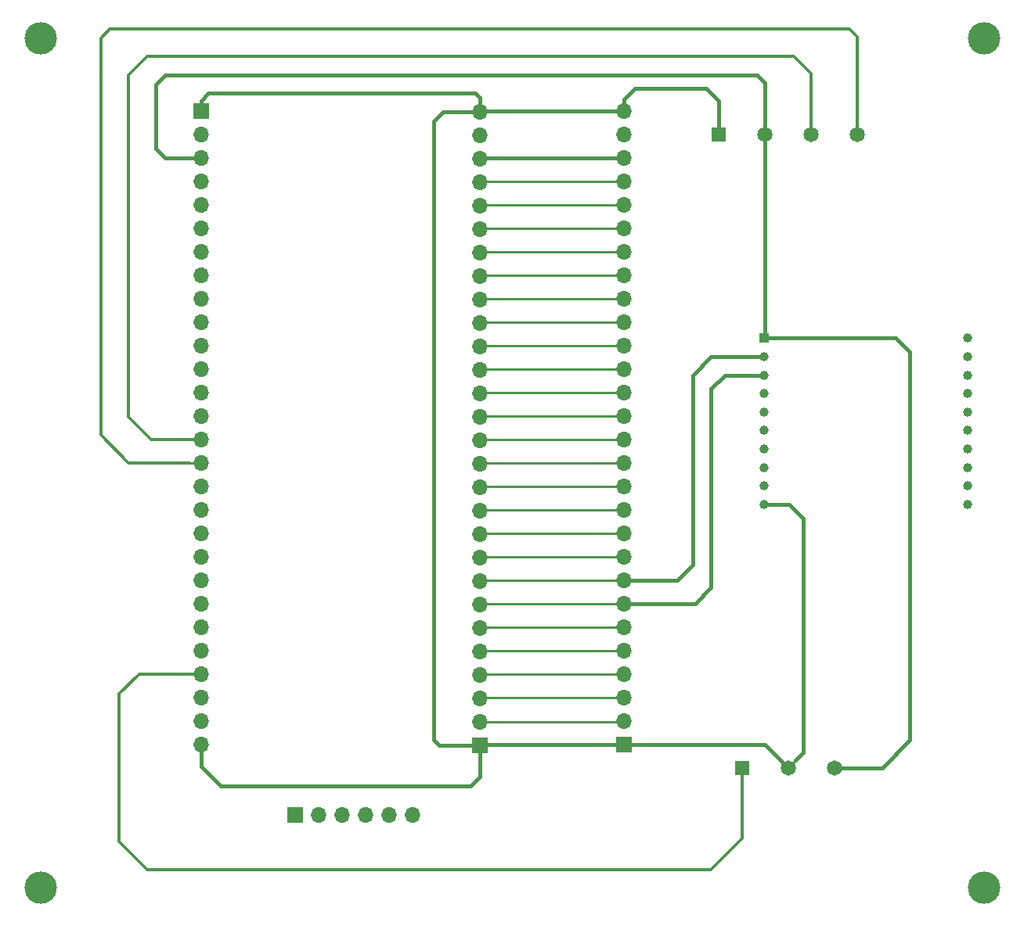
<source format=gbr>
%TF.GenerationSoftware,KiCad,Pcbnew,(5.0.1)-4*%
%TF.CreationDate,2019-03-02T14:56:48-06:00*%
%TF.ProjectId,uC and Xbee,754320616E6420586265652E6B696361,rev?*%
%TF.SameCoordinates,Original*%
%TF.FileFunction,Copper,L2,Bot,Signal*%
%TF.FilePolarity,Positive*%
%FSLAX46Y46*%
G04 Gerber Fmt 4.6, Leading zero omitted, Abs format (unit mm)*
G04 Created by KiCad (PCBNEW (5.0.1)-4) date 2019-03-02 2:56:48 PM*
%MOMM*%
%LPD*%
G01*
G04 APERTURE LIST*
%ADD10C,1.008000*%
%ADD11R,1.008000X1.008000*%
%ADD12R,1.650000X1.650000*%
%ADD13C,1.650000*%
%ADD14R,1.700000X1.700000*%
%ADD15O,1.700000X1.700000*%
%ADD16C,3.500000*%
%ADD17C,0.300000*%
%ADD18C,0.250000*%
%ADD19C,0.400000*%
G04 APERTURE END LIST*
D10*
X199754000Y-98491000D03*
X199754000Y-96491000D03*
X199754000Y-94491000D03*
X199754000Y-92491000D03*
X199754000Y-90491000D03*
X199754000Y-88491000D03*
X199754000Y-86491000D03*
X199754000Y-84491000D03*
X199754000Y-82491000D03*
X199754000Y-80491000D03*
X177754000Y-98491000D03*
X177754000Y-96491000D03*
X177754000Y-94491000D03*
X177754000Y-92491000D03*
X177754000Y-90491000D03*
X177754000Y-88491000D03*
X177754000Y-86491000D03*
X177754000Y-84491000D03*
X177754000Y-82491000D03*
D11*
X177754000Y-80491000D03*
D12*
X172840000Y-58420000D03*
D13*
X177840000Y-58420000D03*
X182840000Y-58420000D03*
X187840000Y-58420000D03*
D14*
X127000000Y-132080000D03*
D15*
X129540000Y-132080000D03*
X132080000Y-132080000D03*
X134620000Y-132080000D03*
X137160000Y-132080000D03*
X139700000Y-132080000D03*
D12*
X175340000Y-127000000D03*
D13*
X180340000Y-127000000D03*
X185340000Y-127000000D03*
D14*
X116840000Y-55880000D03*
D15*
X116840000Y-58420000D03*
X116840000Y-60960000D03*
X116840000Y-63500000D03*
X116840000Y-66040000D03*
X116840000Y-68580000D03*
X116840000Y-71120000D03*
X116840000Y-73660000D03*
X116840000Y-76200000D03*
X116840000Y-78740000D03*
X116840000Y-81280000D03*
X116840000Y-83820000D03*
X116840000Y-86360000D03*
X116840000Y-88900000D03*
X116840000Y-91440000D03*
X116840000Y-93980000D03*
X116840000Y-96520000D03*
X116840000Y-99060000D03*
X116840000Y-101600000D03*
X116840000Y-104140000D03*
X116840000Y-106680000D03*
X116840000Y-109220000D03*
X116840000Y-111760000D03*
X116840000Y-114300000D03*
X116840000Y-116840000D03*
X116840000Y-119380000D03*
X116840000Y-121920000D03*
X116840000Y-124460000D03*
X147000000Y-56000000D03*
X147000000Y-58540000D03*
X147000000Y-61080000D03*
X147000000Y-63620000D03*
X147000000Y-66160000D03*
X147000000Y-68700000D03*
X147000000Y-71240000D03*
X147000000Y-73780000D03*
X147000000Y-76320000D03*
X147000000Y-78860000D03*
X147000000Y-81400000D03*
X147000000Y-83940000D03*
X147000000Y-86480000D03*
X147000000Y-89020000D03*
X147000000Y-91560000D03*
X147000000Y-94100000D03*
X147000000Y-96640000D03*
X147000000Y-99180000D03*
X147000000Y-101720000D03*
X147000000Y-104260000D03*
X147000000Y-106800000D03*
X147000000Y-109340000D03*
X147000000Y-111880000D03*
X147000000Y-114420000D03*
X147000000Y-116960000D03*
X147000000Y-119500000D03*
X147000000Y-122040000D03*
D14*
X147000000Y-124580000D03*
X162560000Y-124460000D03*
D15*
X162560000Y-121920000D03*
X162560000Y-119380000D03*
X162560000Y-116840000D03*
X162560000Y-114300000D03*
X162560000Y-111760000D03*
X162560000Y-109220000D03*
X162560000Y-106680000D03*
X162560000Y-104140000D03*
X162560000Y-101600000D03*
X162560000Y-99060000D03*
X162560000Y-96520000D03*
X162560000Y-93980000D03*
X162560000Y-91440000D03*
X162560000Y-88900000D03*
X162560000Y-86360000D03*
X162560000Y-83820000D03*
X162560000Y-81280000D03*
X162560000Y-78740000D03*
X162560000Y-76200000D03*
X162560000Y-73660000D03*
X162560000Y-71120000D03*
X162560000Y-68580000D03*
X162560000Y-66040000D03*
X162560000Y-63500000D03*
X162560000Y-60960000D03*
X162560000Y-58420000D03*
X162560000Y-55880000D03*
D16*
X201500000Y-48000000D03*
X99500000Y-48000000D03*
X99500000Y-140000000D03*
X201500000Y-140000000D03*
D17*
X187840000Y-58420000D02*
X187840000Y-49840000D01*
X106000000Y-51000000D02*
X106000000Y-91000000D01*
D18*
X115637919Y-93980000D02*
X116840000Y-93980000D01*
D17*
X108980000Y-93980000D02*
X115637919Y-93980000D01*
X106000000Y-91000000D02*
X108980000Y-93980000D01*
X187840000Y-49840000D02*
X187840000Y-47840000D01*
X187840000Y-47840000D02*
X187000000Y-47000000D01*
X187000000Y-47000000D02*
X107000000Y-47000000D01*
X106000000Y-48000000D02*
X106000000Y-51000000D01*
X107000000Y-47000000D02*
X106000000Y-48000000D01*
D19*
X147320000Y-124460000D02*
X162560000Y-124460000D01*
X147320000Y-55880000D02*
X162560000Y-55880000D01*
X116840000Y-124460000D02*
X116840000Y-126840000D01*
X116840000Y-126840000D02*
X119000000Y-129000000D01*
X119000000Y-129000000D02*
X146000000Y-129000000D01*
X147000000Y-128000000D02*
X147000000Y-124580000D01*
X146000000Y-129000000D02*
X147000000Y-128000000D01*
X147000000Y-56000000D02*
X143000000Y-56000000D01*
X143000000Y-56000000D02*
X142000000Y-57000000D01*
X142000000Y-57000000D02*
X142000000Y-124000000D01*
X142580000Y-124580000D02*
X147000000Y-124580000D01*
X142000000Y-124000000D02*
X142580000Y-124580000D01*
X162560000Y-54677919D02*
X163737919Y-53500000D01*
X162560000Y-55880000D02*
X162560000Y-54677919D01*
X163737919Y-53500000D02*
X171500000Y-53500000D01*
X172840000Y-54840000D02*
X172840000Y-58420000D01*
X171500000Y-53500000D02*
X172840000Y-54840000D01*
X147000000Y-54500000D02*
X147000000Y-56000000D01*
X146500000Y-54000000D02*
X147000000Y-54500000D01*
X117620000Y-54000000D02*
X146500000Y-54000000D01*
X116840000Y-55880000D02*
X116840000Y-54780000D01*
X116840000Y-54780000D02*
X117620000Y-54000000D01*
X177754000Y-98491000D02*
X180491000Y-98491000D01*
X180491000Y-98491000D02*
X182000000Y-100000000D01*
D18*
X181164999Y-126175001D02*
X180340000Y-127000000D01*
D19*
X182000000Y-125340000D02*
X181164999Y-126175001D01*
X182000000Y-100000000D02*
X182000000Y-125340000D01*
X177800000Y-124460000D02*
X180340000Y-127000000D01*
X162560000Y-124460000D02*
X177800000Y-124460000D01*
X177840000Y-58420000D02*
X177840000Y-52840000D01*
X177840000Y-52840000D02*
X177000000Y-52000000D01*
X177000000Y-52000000D02*
X113000000Y-52000000D01*
X113000000Y-52000000D02*
X112000000Y-53000000D01*
X112000000Y-53000000D02*
X112000000Y-60000000D01*
X112000000Y-60000000D02*
X113000000Y-61000000D01*
X113040000Y-61000000D02*
X116840000Y-61000000D01*
D18*
X113000000Y-61000000D02*
X113040000Y-60960000D01*
X177840000Y-80405000D02*
X177754000Y-80491000D01*
D19*
X177840000Y-58420000D02*
X177840000Y-80405000D01*
X177754000Y-80491000D02*
X191991000Y-80491000D01*
X191991000Y-80491000D02*
X193500000Y-82000000D01*
X193500000Y-82000000D02*
X193500000Y-124000000D01*
X193500000Y-124000000D02*
X190500000Y-127000000D01*
X190500000Y-127000000D02*
X185340000Y-127000000D01*
D17*
X111440000Y-91440000D02*
X116840000Y-91440000D01*
X182840000Y-51840000D02*
X181000000Y-50000000D01*
X111000000Y-50000000D02*
X109000000Y-52000000D01*
X182840000Y-58420000D02*
X182840000Y-51840000D01*
X181000000Y-50000000D02*
X111000000Y-50000000D01*
X109000000Y-52000000D02*
X109000000Y-89000000D01*
X109000000Y-89000000D02*
X111440000Y-91440000D01*
X116840000Y-116840000D02*
X110160000Y-116840000D01*
X110160000Y-116840000D02*
X108000000Y-119000000D01*
X108000000Y-119000000D02*
X108000000Y-135000000D01*
X108000000Y-135000000D02*
X111000000Y-138000000D01*
X111000000Y-138000000D02*
X172000000Y-138000000D01*
X175340000Y-134660000D02*
X175340000Y-127000000D01*
X172000000Y-138000000D02*
X175340000Y-134660000D01*
D19*
X147320000Y-60960000D02*
X162560000Y-60960000D01*
D18*
X161357919Y-63500000D02*
X147320000Y-63500000D01*
X162560000Y-63500000D02*
X161357919Y-63500000D01*
X147320000Y-66040000D02*
X162560000Y-66040000D01*
X147320000Y-68580000D02*
X162560000Y-68580000D01*
X147320000Y-71120000D02*
X162560000Y-71120000D01*
X147320000Y-73660000D02*
X162560000Y-73660000D01*
X147320000Y-76200000D02*
X162560000Y-76200000D01*
X147320000Y-78740000D02*
X162560000Y-78740000D01*
X147320000Y-81280000D02*
X162560000Y-81280000D01*
X147320000Y-83820000D02*
X162560000Y-83820000D01*
X147320000Y-86360000D02*
X162560000Y-86360000D01*
X147320000Y-88900000D02*
X162560000Y-88900000D01*
X147320000Y-91440000D02*
X162440000Y-91440000D01*
X147320000Y-93980000D02*
X162560000Y-93980000D01*
X147320000Y-96520000D02*
X162560000Y-96520000D01*
X147320000Y-99060000D02*
X162560000Y-99060000D01*
X147320000Y-101600000D02*
X162560000Y-101600000D01*
X147320000Y-104140000D02*
X162560000Y-104140000D01*
X147320000Y-106680000D02*
X162560000Y-106680000D01*
D19*
X170000000Y-84500000D02*
X170000000Y-105000000D01*
X172009000Y-82491000D02*
X170000000Y-84500000D01*
X168320000Y-106680000D02*
X162560000Y-106680000D01*
X170000000Y-105000000D02*
X168320000Y-106680000D01*
X172009000Y-82491000D02*
X177754000Y-82491000D01*
D18*
X147320000Y-109220000D02*
X162560000Y-109220000D01*
D19*
X170280000Y-109220000D02*
X162560000Y-109220000D01*
X172000000Y-107500000D02*
X170280000Y-109220000D01*
X172000000Y-86000000D02*
X172000000Y-107500000D01*
X173509000Y-84491000D02*
X172000000Y-86000000D01*
X173509000Y-84491000D02*
X177754000Y-84491000D01*
D18*
X147320000Y-111760000D02*
X162560000Y-111760000D01*
X147320000Y-114300000D02*
X162560000Y-114300000D01*
X147320000Y-116840000D02*
X162560000Y-116840000D01*
X147320000Y-119380000D02*
X162560000Y-119380000D01*
X162440000Y-122040000D02*
X162560000Y-121920000D01*
X147000000Y-122040000D02*
X162440000Y-122040000D01*
M02*

</source>
